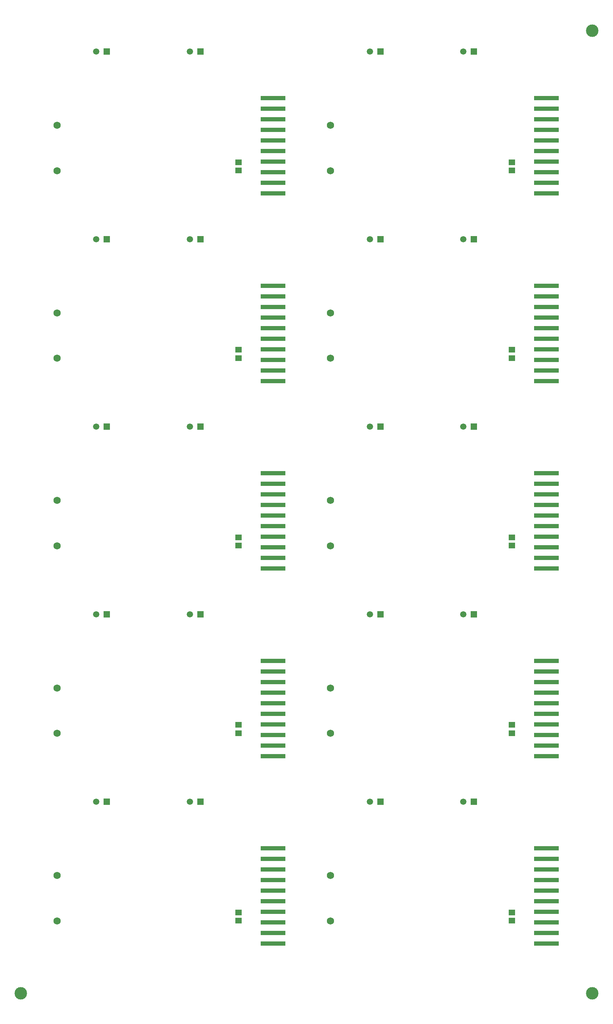
<source format=gbr>
%TF.GenerationSoftware,Altium Limited,Altium Designer,23.9.2 (47)*%
G04 Layer_Color=255*
%FSLAX45Y45*%
%MOMM*%
%TF.SameCoordinates,AD479AB8-1AF9-481E-9C01-A3E3F564F201*%
%TF.FilePolarity,Positive*%
%TF.FileFunction,Pads,Bot*%
%TF.Part,CustomerPanel*%
G01*
G75*
%TA.AperFunction,SMDPad,CuDef*%
%ADD10C,3.00000*%
%ADD11R,6.00000X1.00000*%
%ADD16R,1.50000X1.40000*%
%TA.AperFunction,ComponentPad*%
%ADD25C,1.75000*%
%ADD26C,1.50000*%
%ADD27R,1.50000X1.50000*%
D10*
X20948286Y30797501D02*
D03*
Y7696200D02*
D03*
X7213600D02*
D03*
D11*
X13271500Y10160000D02*
D03*
Y9906000D02*
D03*
Y9652000D02*
D03*
Y9398000D02*
D03*
Y9144000D02*
D03*
Y8890000D02*
D03*
Y11176000D02*
D03*
Y10922000D02*
D03*
Y10668000D02*
D03*
Y10414000D02*
D03*
X19842101Y10160000D02*
D03*
Y9906000D02*
D03*
Y9652000D02*
D03*
Y9398000D02*
D03*
Y9144000D02*
D03*
Y8890000D02*
D03*
Y11176000D02*
D03*
Y10922000D02*
D03*
Y10668000D02*
D03*
Y10414000D02*
D03*
X13271500Y14660500D02*
D03*
Y14406500D02*
D03*
Y14152499D02*
D03*
Y13898500D02*
D03*
Y13644501D02*
D03*
Y13390500D02*
D03*
Y15676500D02*
D03*
Y15422501D02*
D03*
Y15168500D02*
D03*
Y14914500D02*
D03*
X19842101Y14660500D02*
D03*
Y14406500D02*
D03*
Y14152499D02*
D03*
Y13898500D02*
D03*
Y13644501D02*
D03*
Y13390500D02*
D03*
Y15676500D02*
D03*
Y15422501D02*
D03*
Y15168500D02*
D03*
Y14914500D02*
D03*
X13271500Y19161000D02*
D03*
Y18907001D02*
D03*
Y18653000D02*
D03*
Y18399001D02*
D03*
Y18145000D02*
D03*
Y17891000D02*
D03*
Y20177000D02*
D03*
Y19923000D02*
D03*
Y19669000D02*
D03*
Y19414999D02*
D03*
X19842101Y19161000D02*
D03*
Y18907001D02*
D03*
Y18653000D02*
D03*
Y18399001D02*
D03*
Y18145000D02*
D03*
Y17891000D02*
D03*
Y20177000D02*
D03*
Y19923000D02*
D03*
Y19669000D02*
D03*
Y19414999D02*
D03*
X13271500Y23661501D02*
D03*
Y23407500D02*
D03*
Y23153500D02*
D03*
Y22899500D02*
D03*
Y22645500D02*
D03*
Y22391499D02*
D03*
Y24677499D02*
D03*
Y24423500D02*
D03*
Y24169501D02*
D03*
Y23915500D02*
D03*
X19842101Y23661501D02*
D03*
Y23407500D02*
D03*
Y23153500D02*
D03*
Y22899500D02*
D03*
Y22645500D02*
D03*
Y22391499D02*
D03*
Y24677499D02*
D03*
Y24423500D02*
D03*
Y24169501D02*
D03*
Y23915500D02*
D03*
X13271500Y28162000D02*
D03*
Y27907999D02*
D03*
Y27654001D02*
D03*
Y27400000D02*
D03*
Y27145999D02*
D03*
Y26892001D02*
D03*
Y29178000D02*
D03*
Y28923999D02*
D03*
Y28670001D02*
D03*
Y28416000D02*
D03*
X19842101Y28162000D02*
D03*
Y27907999D02*
D03*
Y27654001D02*
D03*
Y27400000D02*
D03*
Y27145999D02*
D03*
Y26892001D02*
D03*
Y29178000D02*
D03*
Y28923999D02*
D03*
Y28670001D02*
D03*
Y28416000D02*
D03*
D16*
X12446000Y9637700D02*
D03*
Y9437700D02*
D03*
X19016600Y9637700D02*
D03*
Y9437700D02*
D03*
X12446000Y14138200D02*
D03*
Y13938200D02*
D03*
X19016600Y14138200D02*
D03*
Y13938200D02*
D03*
X12446000Y18638699D02*
D03*
Y18438699D02*
D03*
X19016600Y18638699D02*
D03*
Y18438699D02*
D03*
X12446000Y23139200D02*
D03*
Y22939200D02*
D03*
X19016600Y23139200D02*
D03*
Y22939200D02*
D03*
X12446000Y27639700D02*
D03*
Y27439700D02*
D03*
X19016600Y27639700D02*
D03*
Y27439700D02*
D03*
D25*
X8080400Y9434145D02*
D03*
Y10523846D02*
D03*
X14650999Y9434145D02*
D03*
Y10523846D02*
D03*
X8080400Y13934645D02*
D03*
Y15024345D02*
D03*
X14650999Y13934645D02*
D03*
Y15024345D02*
D03*
X8080400Y18435146D02*
D03*
Y19524846D02*
D03*
X14650999Y18435146D02*
D03*
Y19524846D02*
D03*
X8080400Y22935646D02*
D03*
Y24025346D02*
D03*
X14650999Y22935646D02*
D03*
Y24025346D02*
D03*
X8080400Y27436145D02*
D03*
Y28525845D02*
D03*
X14650999Y27436145D02*
D03*
Y28525845D02*
D03*
D26*
X11277600Y12293600D02*
D03*
X9028100D02*
D03*
X17848199D02*
D03*
X15598700D02*
D03*
X11277600Y16794099D02*
D03*
X9028100D02*
D03*
X17848199D02*
D03*
X15598700D02*
D03*
X11277600Y21294600D02*
D03*
X9028100D02*
D03*
X17848199D02*
D03*
X15598700D02*
D03*
X11277600Y25795099D02*
D03*
X9028100D02*
D03*
X17848199D02*
D03*
X15598700D02*
D03*
X11277600Y30295599D02*
D03*
X9028100D02*
D03*
X17848199D02*
D03*
X15598700D02*
D03*
D27*
X11531600Y12293600D02*
D03*
X9282100D02*
D03*
X18102200D02*
D03*
X15852699D02*
D03*
X11531600Y16794099D02*
D03*
X9282100D02*
D03*
X18102200D02*
D03*
X15852699D02*
D03*
X11531600Y21294600D02*
D03*
X9282100D02*
D03*
X18102200D02*
D03*
X15852699D02*
D03*
X11531600Y25795099D02*
D03*
X9282100D02*
D03*
X18102200D02*
D03*
X15852699D02*
D03*
X11531600Y30295599D02*
D03*
X9282100D02*
D03*
X18102200D02*
D03*
X15852699D02*
D03*
%TF.MD5,13181bd2db7e81ceb2bcf607f92421c2*%
M02*

</source>
